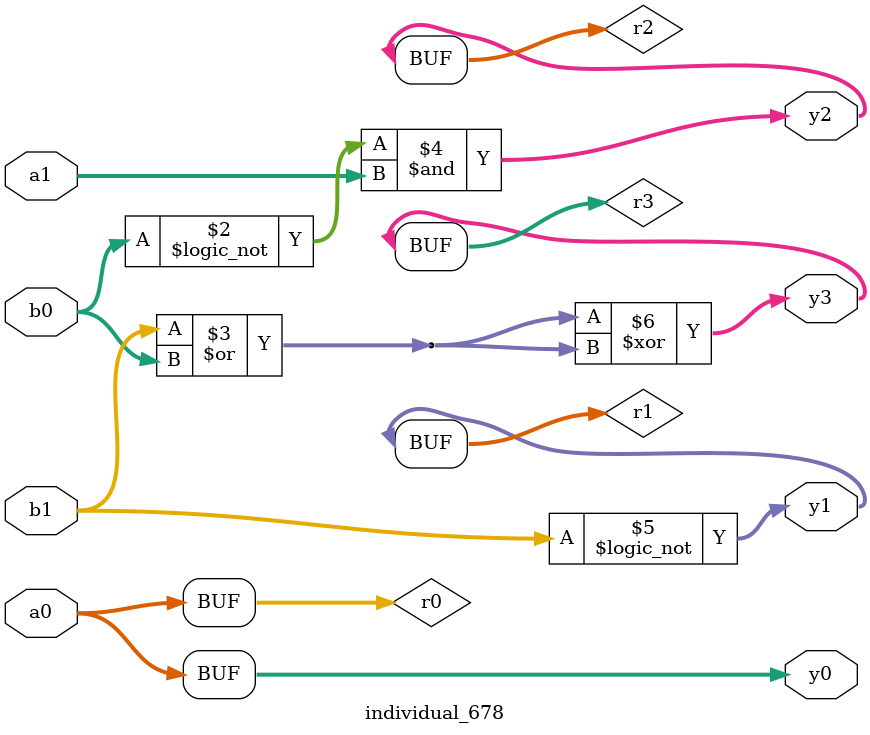
<source format=sv>
module individual_678(input logic [15:0] a1, input logic [15:0] a0, input logic [15:0] b1, input logic [15:0] b0, output logic [15:0] y3, output logic [15:0] y2, output logic [15:0] y1, output logic [15:0] y0);
logic [15:0] r0, r1, r2, r3;  always@(*) begin 	 r0 = a0; r1 = a1; r2 = b0; r3 = b1;  	 r2 = ! r2 ; 	 r3  |=  b0 ; 	 r2  &=  a1 ; 	 r1 = ! b1 ; 	 r3  ^=  r3 ; 	 y3 = r3; y2 = r2; y1 = r1; y0 = r0; end
endmodule
</source>
